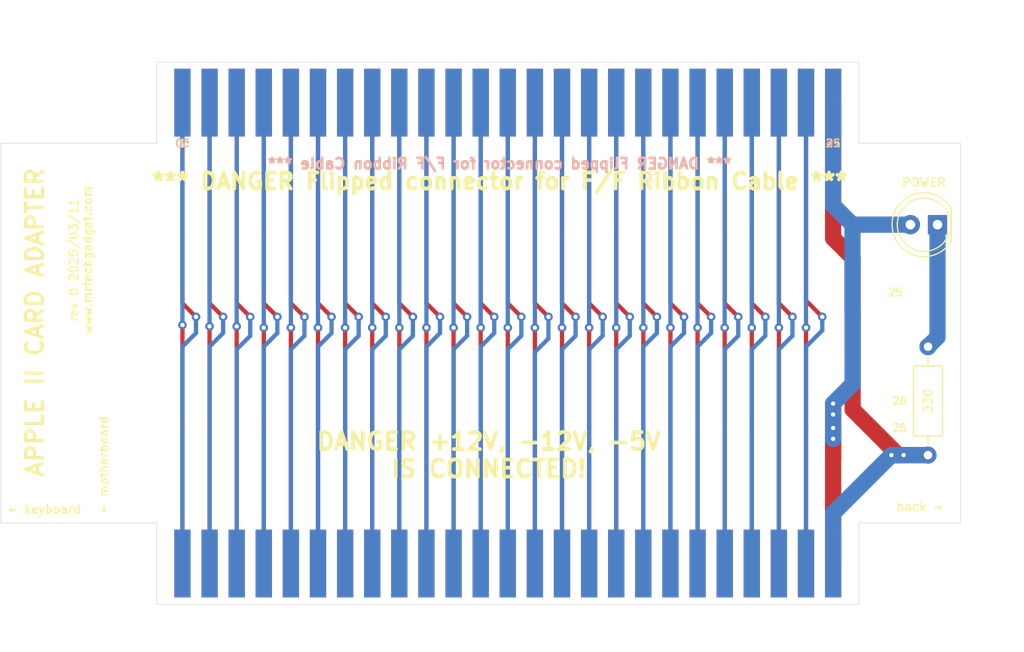
<source format=kicad_pcb>
(kicad_pcb (version 20240108) (generator "pcbnew") (generator_version "8.0")
  (layers (0 "F.Cu" signal) (31 "B.Cu" signal) (34 "B.Paste" user) (35 "F.Paste" user) (36 "B.SilkS" user "B.Silkscreen") (37 "F.SilkS" user "F.Silkscreen") (38 "B.Mask" user) (39 "F.Mask" user) (44 "Edge.Cuts" user))
  (net 0 "")
  (net 1 "Net-(J1-Pad33)")
  (net 2 "+5V")
  (net 3 "GND")
  (net 4 "/DMA_IN")
  (net 5 "/INT_IN")
  (net 6 "/NMI")
  (net 7 "/IRQ")
  (net 8 "/RES")
  (net 9 "/INH")
  (net 10 "/NC35")
  (net 11 "/7M")
  (net 12 "/Q3")
  (net 13 "/PHI1")
  (net 14 "/USER1")
  (net 15 "/PHI0")
  (net 16 "/DEVSEL")
  (net 17 "/D7")
  (net 18 "/D6")
  (net 19 "/D5")
  (net 20 "/D4")
  (net 21 "/D3")
  (net 22 "/D2")
  (net 23 "/D1")
  (net 24 "/D0")
  (net 25 "/DMA_OUT")
  (net 26 "/INT_OUT")
  (net 27 "/DMA")
  (net 28 "/RDY")
  (net 29 "/IOSTROBE")
  (net 30 "/NC19")
  (net 31 "/RW")
  (net 32 "/A15")
  (net 33 "/A14")
  (net 34 "/A13")
  (net 35 "/A12")
  (net 36 "/A11")
  (net 37 "/A10")
  (net 38 "/A9")
  (net 39 "/A8")
  (net 40 "/A7")
  (net 41 "/A6")
  (net 42 "/A5")
  (net 43 "/A4")
  (net 44 "/A3")
  (net 45 "/A2")
  (net 46 "/A1")
  (net 47 "/A0")
  (net 48 "/IOSEL")
  (net 49 "Net-(D1-K)")
  (net 50 "-12V")
  (net 51 "-5V")
  (footprint "LED_THT:LED_D5.0mm" (layer "F.Cu") (at 185.039 95.25 180)
    (property "Reference" "D1" (hide yes))
    (property "Value" "POWER" (at 1.27 3.96 0) (layer "F.SilkS") (effects (font (size 0.8 0.8))))
    (fp_line (start -1.29 -1.545) (end -1.29 1.545) (stroke (width 0.12)) (layer "F.SilkS"))
    (fp_arc (start 4.26 -0.000462) (mid 2.072002 2.880433) (end -1.29 1.54483) (stroke (width 0.12)) (layer "F.SilkS"))
    (fp_arc (start -1.29 -1.54483) (mid 2.072002 -2.880433) (end 4.26 0.000462) (stroke (width 0.12)) (layer "F.SilkS"))
    (fp_circle (center 1.27 0) (end 3.77 0) (stroke (width 0.12)) (fill none) (layer "F.SilkS"))
    (pad "1" thru_hole rect (at 0 0 180) (size 1.8 1.8) (drill 0.9) (layers "*.Cu" "*.Mask") (net 49 "Net-(D1-K)"))
    (pad "2" thru_hole circle (at 2.54 0 180) (size 1.8 1.8) (drill 0.9) (layers "*.Cu" "*.Mask") (net 2 "+5V"))
  )
  (footprint "Resistor_THT:R_Axial_DIN0207_L6.3mm_D2.5mm_P10.16mm_Horizontal" (layer "F.Cu") (at 184.15 106.68 -90)
    (property "Reference" "R1" (hide yes))
    (property "Value" "330" (at 5.08 0 90) (layer "F.SilkS") (effects (font (size 0.8 0.8))))
    (fp_line (start 1.81 1.37) (end 8.35 1.37) (stroke (width 0.12)) (layer "F.SilkS"))
    (fp_line (start 8.35 1.37) (end 8.35 -1.37) (stroke (width 0.12)) (layer "F.SilkS"))
    (fp_line (start 1.04 0) (end 1.81 0) (stroke (width 0.12)) (layer "F.SilkS"))
    (fp_line (start 9.12 0) (end 8.35 0) (stroke (width 0.12)) (layer "F.SilkS"))
    (fp_line (start 1.81 -1.37) (end 1.81 1.37) (stroke (width 0.12)) (layer "F.SilkS"))
    (fp_line (start 8.35 -1.37) (end 1.81 -1.37) (stroke (width 0.12)) (layer "F.SilkS"))
    (pad "1" thru_hole circle (at 0 0 270) (size 1.6 1.6) (drill 0.8) (layers "*.Cu" "*.Mask") (net 49 "Net-(D1-K)"))
    (pad "2" thru_hole oval (at 10.16 0 270) (size 1.6 1.6) (drill 0.8) (layers "*.Cu" "*.Mask") (net 3 "GND"))
  )
  (footprint "footprint:AppleIIBus" (layer "F.Cu") (at 144.78 127)
    (property "Reference" "J1" (hide yes))
    (property "Value" "CARD EDGE" (hide yes))
    (pad "1" smd rect (at -30.48 0) (size 1.524 6.35) (layers "F.Cu" "F.Mask") (net 48 "/IOSEL") (clearance 0.254))
    (pad "2" smd rect (at -27.94 0) (size 1.524 6.35) (layers "F.Cu" "F.Mask") (net 47 "/A0") (clearance 0.254))
    (pad "3" smd rect (at -25.4 0) (size 1.524 6.35) (layers "F.Cu" "F.Mask") (net 46 "/A1") (clearance 0.254))
    (pad "4" smd rect (at -22.86 0) (size 1.524 6.35) (layers "F.Cu" "F.Mask") (net 45 "/A2") (clearance 0.254))
    (pad "5" smd rect (at -20.32 0) (size 1.524 6.35) (layers "F.Cu" "F.Mask") (net 44 "/A3") (clearance 0.254))
    (pad "6" smd rect (at -17.78 0) (size 1.524 6.35) (layers "F.Cu" "F.Mask") (net 43 "/A4") (clearance 0.254))
    (pad "7" smd rect (at -15.24 0) (size 1.524 6.35) (layers "F.Cu" "F.Mask") (net 42 "/A5") (clearance 0.254))
    (pad "8" smd rect (at -12.7 0) (size 1.524 6.35) (layers "F.Cu" "F.Mask") (net 41 "/A6") (clearance 0.254))
    (pad "9" smd rect (at -10.16 0) (size 1.524 6.35) (layers "F.Cu" "F.Mask") (net 40 "/A7") (clearance 0.254))
    (pad "10" smd rect (at -7.62 0) (size 1.524 6.35) (layers "F.Cu" "F.Mask") (net 39 "/A8") (clearance 0.254))
    (pad "11" smd rect (at -5.08 0) (size 1.524 6.35) (layers "F.Cu" "F.Mask") (net 38 "/A9") (clearance 0.254))
    (pad "12" smd rect (at -2.54 0) (size 1.524 6.35) (layers "F.Cu" "F.Mask") (net 37 "/A10") (clearance 0.254))
    (pad "13" smd rect (at 0 0) (size 1.524 6.35) (layers "F.Cu" "F.Mask") (net 36 "/A11") (clearance 0.254))
    (pad "14" smd rect (at 2.54 0) (size 1.524 6.35) (layers "F.Cu" "F.Mask") (net 35 "/A12") (clearance 0.254))
    (pad "15" smd rect (at 5.08 0) (size 1.524 6.35) (layers "F.Cu" "F.Mask") (net 34 "/A13") (clearance 0.254))
    (pad "16" smd rect (at 7.62 0) (size 1.524 6.35) (layers "F.Cu" "F.Mask") (net 33 "/A14") (clearance 0.254))
    (pad "17" smd rect (at 10.16 0) (size 1.524 6.35) (layers "F.Cu" "F.Mask") (net 32 "/A15") (clearance 0.254))
    (pad "18" smd rect (at 12.7 0) (size 1.524 6.35) (layers "F.Cu" "F.Mask") (net 31 "/RW") (clearance 0.254))
    (pad "19" smd rect (at 15.24 0) (size 1.524 6.35) (layers "F.Cu" "F.Mask") (net 30 "/NC19") (clearance 0.254))
    (pad "20" smd rect (at 17.78 0) (size 1.524 6.35) (layers "F.Cu" "F.Mask") (net 29 "/IOSTROBE") (clearance 0.254))
    (pad "21" smd rect (at 20.32 0) (size 1.524 6.35) (layers "F.Cu" "F.Mask") (net 28 "/RDY") (clearance 0.254))
    (pad "22" smd rect (at 22.86 0) (size 1.524 6.35) (layers "F.Cu" "F.Mask") (net 27 "/DMA") (clearance 0.254))
    (pad "23" smd rect (at 25.4 0) (size 1.524 6.35) (layers "F.Cu" "F.Mask") (net 26 "/INT_OUT") (clearance 0.254))
    (pad "24" smd rect (at 27.94 0) (size 1.524 6.35) (layers "F.Cu" "F.Mask") (net 25 "/DMA_OUT") (clearance 0.254))
    (pad "25" smd rect (at 30.48 0) (size 1.524 6.35) (layers "F.Cu" "F.Mask") (net 2 "+5V") (clearance 0.254))
    (pad "26" smd rect (at 30.48 0) (size 1.524 6.35) (layers "B.Cu" "B.Mask") (net 3 "GND") (clearance 0.254))
    (pad "27" smd rect (at 27.94 0) (size 1.524 6.35) (layers "B.Cu" "B.Mask") (net 4 "/DMA_IN") (clearance 0.254))
    (pad "28" smd rect (at 25.4 0) (size 1.524 6.35) (layers "B.Cu" "B.Mask") (net 5 "/INT_IN") (clearance 0.254))
    (pad "29" smd rect (at 22.86 0) (size 1.524 6.35) (layers "B.Cu" "B.Mask") (net 6 "/NMI") (clearance 0.254))
    (pad "30" smd rect (at 20.32 0) (size 1.524 6.35) (layers "B.Cu" "B.Mask") (net 7 "/IRQ") (clearance 0.254))
    (pad "31" smd rect (at 17.78 0) (size 1.524 6.35) (layers "B.Cu" "B.Mask") (net 8 "/RES") (clearance 0.254))
    (pad "32" smd rect (at 15.24 0) (size 1.524 6.35) (layers "B.Cu" "B.Mask") (net 9 "/INH") (clearance 0.254))
    (pad "33" smd rect (at 12.7 0) (size 1.524 6.35) (layers "B.Cu" "B.Mask") (net 1 "Net-(J1-Pad33)") (clearance 0.254))
    (pad "34" smd rect (at 10.16 0) (size 1.524 6.35) (layers "B.Cu" "B.Mask") (net 51 "-5V") (clearance 0.254))
    (pad "35" smd rect (at 7.62 0) (size 1.524 6.35) (layers "B.Cu" "B.Mask") (net 10 "/NC35") (clearance 0.254))
    (pad "36" smd rect (at 5.08 0) (size 1.524 6.35) (layers "B.Cu" "B.Mask") (net 11 "/7M") (clearance 0.254))
    (pad "37" smd rect (at 2.54 0) (size 1.524 6.35) (layers "B.Cu" "B.Mask") (net 12 "/Q3") (clearance 0.254))
    (pad "38" smd rect (at 0 0) (size 1.524 6.35) (layers "B.Cu" "B.Mask") (net 13 "/PHI1") (clearance 0.254))
    (pad "39" smd rect (at -2.54 0) (size 1.524 6.35) (layers "B.Cu" "B.Mask") (net 14 "/USER1") (clearance 0.254))
    (pad "40" smd rect (at -5.08 0) (size 1.524 6.35) (layers "B.Cu" "B.Mask") (net 15 "/PHI0") (clearance 0.254))
    (pad "41" smd rect (at -7.62 0) (size 1.524 6.35) (layers "B.Cu" "B.Mask") (net 16 "/DEVSEL") (clearance 0.254))
    (pad "42" smd rect (at -10.16 0) (size 1.524 6.35) (layers "B.Cu" "B.Mask") (net 17 "/D7") (clearance 0.254))
    (pad "43" smd rect (at -12.7 0) (size 1.524 6.35) (layers "B.Cu" "B.Mask") (net 18 "/D6") (clearance 0.254))
    (pad "44" smd rect (at -15.24 0) (size 1.524 6.35) (layers "B.Cu" "B.Mask") (net 19 "/D5") (clearance 0.254))
    (pad "45" smd rect (at -17.78 0) (size 1.524 6.35) (layers "B.Cu" "B.Mask") (net 20 "/D4") (clearance 0.254))
    (pad "46" smd rect (at -20.32 0) (size 1.524 6.35) (layers "B.Cu" "B.Mask") (net 21 "/D3") (clearance 0.254))
    (pad "47" smd rect (at -22.86 0) (size 1.524 6.35) (layers "B.Cu" "B.Mask") (net 22 "/D2") (clearance 0.254))
    (pad "48" smd rect (at -25.4 0) (size 1.524 6.35) (layers "B.Cu" "B.Mask") (net 23 "/D1") (clearance 0.254))
    (pad "49" smd rect (at -27.94 0) (size 1.524 6.35) (layers "B.Cu" "B.Mask") (net 24 "/D0") (clearance 0.254))
    (pad "50" smd rect (at -30.48 0) (size 1.524 6.35) (layers "B.Cu" "B.Mask") (net 50 "-12V") (clearance 0.254))
  )
  (footprint "footprint:AppleIIBus_TightMask" (layer "F.Cu") (at 144.78 83.82)
    (property "Reference" "J2" (hide yes))
    (property "Value" "*** DANGER Flipped connector for F/F Ribbon Cable ***" (at -0.762 7.366 0) (layer "F.SilkS") (effects (font (size 1.5 1.5) (thickness 0.35) (bold yes))))
    (pad "1" smd rect (at -30.48 0) (size 1.524 6.35) (layers "B.Cu" "F.Mask") (net 48 "/IOSEL"))
    (pad "2" smd rect (at -27.94 0) (size 1.524 6.35) (layers "B.Cu" "F.Mask") (net 47 "/A0"))
    (pad "3" smd rect (at -25.4 0) (size 1.524 6.35) (layers "B.Cu" "F.Mask") (net 46 "/A1"))
    (pad "4" smd rect (at -22.86 0) (size 1.524 6.35) (layers "B.Cu" "F.Mask") (net 45 "/A2"))
    (pad "5" smd rect (at -20.32 0) (size 1.524 6.35) (layers "B.Cu" "F.Mask") (net 44 "/A3"))
    (pad "6" smd rect (at -17.78 0) (size 1.524 6.35) (layers "B.Cu" "F.Mask") (net 43 "/A4"))
    (pad "7" smd rect (at -15.24 0) (size 1.524 6.35) (layers "B.Cu" "F.Mask") (net 42 "/A5"))
    (pad "8" smd rect (at -12.7 0) (size 1.524 6.35) (layers "B.Cu" "F.Mask") (net 41 "/A6"))
    (pad "9" smd rect (at -10.16 0) (size 1.524 6.35) (layers "B.Cu" "F.Mask") (net 40 "/A7"))
    (pad "10" smd rect (at -7.62 0) (size 1.524 6.35) (layers "B.Cu" "F.Mask") (net 39 "/A8"))
    (pad "11" smd rect (at -5.08 0) (size 1.524 6.35) (layers "B.Cu" "F.Mask") (net 38 "/A9"))
    (pad "12" smd rect (at -2.54 0) (size 1.524 6.35) (layers "B.Cu" "F.Mask") (net 37 "/A10"))
    (pad "13" smd rect (at 0 0) (size 1.524 6.35) (layers "B.Cu" "F.Mask") (net 36 "/A11"))
    (pad "14" smd rect (at 2.54 0) (size 1.524 6.35) (layers "B.Cu" "F.Mask") (net 35 "/A12"))
    (pad "15" smd rect (at 5.08 0) (size 1.524 6.35) (layers "B.Cu" "F.Mask") (net 34 "/A13"))
    (pad "16" smd rect (at 7.62 0) (size 1.524 6.35) (layers "B.Cu" "F.Mask") (net 33 "/A14"))
    (pad "17" smd rect (at 10.16 0) (size 1.524 6.35) (layers "B.Cu" "F.Mask") (net 32 "/A15"))
    (pad "18" smd rect (at 12.7 0) (size 1.524 6.35) (layers "B.Cu" "F.Mask") (net 31 "/RW"))
    (pad "19" smd rect (at 15.24 0) (size 1.524 6.35) (layers "B.Cu" "F.Mask") (net 30 "/NC19"))
    (pad "20" smd rect (at 17.78 0) (size 1.524 6.35) (layers "B.Cu" "F.Mask") (net 29 "/IOSTROBE"))
    (pad "21" smd rect (at 20.32 0) (size 1.524 6.35) (layers "B.Cu" "F.Mask") (net 28 "/RDY"))
    (pad "22" smd rect (at 22.86 0) (size 1.524 6.35) (layers "B.Cu" "F.Mask") (net 27 "/DMA"))
    (pad "23" smd rect (at 25.4 0) (size 1.524 6.35) (layers "B.Cu" "F.Mask") (net 26 "/INT_OUT"))
    (pad "24" smd rect (at 27.94 0) (size 1.524 6.35) (layers "B.Cu" "F.Mask") (net 25 "/DMA_OUT"))
    (pad "25" smd rect (at 30.48 0) (size 1.524 6.35) (layers "B.Cu" "F.Mask") (net 2 "+5V"))
    (pad "26" smd rect (at 30.48 0) (size 1.524 6.35) (layers "F.Cu" "B.Mask") (net 3 "GND"))
    (pad "27" smd rect (at 27.94 0) (size 1.524 6.35) (layers "F.Cu" "B.Mask") (net 4 "/DMA_IN"))
    (pad "28" smd rect (at 25.4 0) (size 1.524 6.35) (layers "F.Cu" "B.Mask") (net 5 "/INT_IN"))
    (pad "29" smd rect (at 22.86 0) (size 1.524 6.35) (layers "F.Cu" "B.Mask") (net 6 "/NMI"))
    (pad "30" smd rect (at 20.32 0) (size 1.524 6.35) (layers "F.Cu" "B.Mask") (net 7 "/IRQ"))
    (pad "31" smd rect (at 17.78 0) (size 1.524 6.35) (layers "F.Cu" "B.Mask") (net 8 "/RES"))
    (pad "32" smd rect (at 15.24 0) (size 1.524 6.35) (layers "F.Cu" "B.Mask") (net 9 "/INH"))
    (pad "33" smd rect (at 12.7 0) (size 1.524 6.35) (layers "F.Cu" "B.Mask") (net 1 "Net-(J1-Pad33)"))
    (pad "34" smd rect (at 10.16 0) (size 1.524 6.35) (layers "F.Cu" "B.Mask") (net 51 "-5V"))
    (pad "35" smd rect (at 7.62 0) (size 1.524 6.35) (layers "F.Cu" "B.Mask") (net 10 "/NC35"))
    (pad "36" smd rect (at 5.08 0) (size 1.524 6.35) (layers "F.Cu" "B.Mask") (net 11 "/7M"))
    (pad "37" smd rect (at 2.54 0) (size 1.524 6.35) (layers "F.Cu" "B.Mask") (net 12 "/Q3"))
    (pad "38" smd rect (at 0 0) (size 1.524 6.35) (layers "F.Cu" "B.Mask") (net 13 "/PHI1"))
    (pad "39" smd rect (at -2.54 0) (size 1.524 6.35) (layers "F.Cu" "B.Mask") (net 14 "/USER1"))
    (pad "40" smd rect (at -5.08 0) (size 1.524 6.35) (layers "F.Cu" "B.Mask") (net 15 "/PHI0"))
    (pad "41" smd rect (at -7.62 0) (size 1.524 6.35) (layers "F.Cu" "B.Mask") (net 16 "/DEVSEL"))
    (pad "42" smd rect (at -10.16 0) (size 1.524 6.35) (layers "F.Cu" "B.Mask") (net 17 "/D7"))
    (pad "43" smd rect (at -12.7 0) (size 1.524 6.35) (layers "F.Cu" "B.Mask") (net 18 "/D6"))
    (pad "44" smd rect (at -15.24 0) (size 1.524 6.35) (layers "F.Cu" "B.Mask") (net 19 "/D5"))
    (pad "45" smd rect (at -17.78 0) (size 1.524 6.35) (layers "F.Cu" "B.Mask") (net 20 "/D4"))
    (pad "46" smd rect (at -20.32 0) (size 1.524 6.35) (layers "F.Cu" "B.Mask") (net 21 "/D3"))
    (pad "47" smd rect (at -22.86 0) (size 1.524 6.35) (layers "F.Cu" "B.Mask") (net 22 "/D2"))
    (pad "48" smd rect (at -25.4 0) (size 1.524 6.35) (layers "F.Cu" "B.Mask") (net 23 "/D1"))
    (pad "49" smd rect (at -27.94 0) (size 1.524 6.35) (layers "F.Cu" "B.Mask") (net 24 "/D0"))
    (pad "50" smd rect (at -30.48 0) (size 1.524 6.35) (layers "F.Cu" "B.Mask") (net 50 "-12V"))
  )
  (gr_line (start 177.673 123.19) (end 177.673 130.81) (stroke (width 0.05)) (layer "Edge.Cuts"))
  (gr_line (start 187.198 87.63) (end 187.198 123.19) (stroke (width 0.05)) (layer "Edge.Cuts"))
  (gr_line (start 111.887 123.19) (end 111.887 130.81) (stroke (width 0.05)) (layer "Edge.Cuts"))
  (gr_line (start 97.282 87.63) (end 97.282 123.19) (stroke (width 0.05)) (layer "Edge.Cuts"))
  (gr_line (start 111.887 80.01) (end 177.673 80.01) (stroke (width 0.05)) (layer "Edge.Cuts"))
  (gr_line (start 111.887 80.01) (end 111.887 87.63) (stroke (width 0.05)) (layer "Edge.Cuts"))
  (gr_line (start 177.673 80.01) (end 177.673 87.63) (stroke (width 0.05)) (layer "Edge.Cuts"))
  (gr_line (start 111.887 123.19) (end 97.282 123.19) (stroke (width 0.05)) (layer "Edge.Cuts"))
  (gr_line (start 177.673 87.63) (end 187.198 87.63) (stroke (width 0.05)) (layer "Edge.Cuts"))
  (gr_line (start 177.673 123.19) (end 187.198 123.19) (stroke (width 0.05)) (layer "Edge.Cuts"))
  (gr_line (start 111.887 87.63) (end 97.282 87.63) (stroke (width 0.05)) (layer "Edge.Cuts"))
  (gr_line (start 111.887 130.81) (end 177.673 130.81) (stroke (width 0.05)) (layer "Edge.Cuts"))
  (gr_text "*** DANGER Flipped connector for F/F Ribbon Cable ***" (at 144.018 89.535 0) (layer "B.SilkS") (effects (font (size 1 1) (thickness 0.25) (bold yes)) (justify mirror)))
  (gr_text "50" (at 114.3 87.63 0) (layer "B.SilkS") (effects (font (size 0.7 0.7)) (justify mirror)))
  (gr_text "26" (at 175.26 87.63 0) (layer "B.SilkS") (effects (font (size 0.7 0.7)) (justify mirror)))
  (gr_text "rev 0 2025/03/11\nwww.mrtechgadget.com" (at 104.775 98.552 90) (layer "F.SilkS") (effects (font (size 0.8 0.8))))
  (gr_text "APPLE II CARD ADAPTER" (at 100.457 104.394 90) (layer "F.SilkS") (effects (font (size 1.6 1.6) (thickness 0.3))))
  (gr_text "26" (at 180.721 111.76 0) (layer "F.SilkS") (effects (font (size 0.7 0.7)) (justify left)))
  (gr_text "← motherboard" (at 106.934 122.428 90) (layer "F.SilkS") (effects (font (size 0.8 0.8)) (justify left)))
  (gr_text "← keyboard" (at 97.79 121.92 0) (layer "F.SilkS") (effects (font (size 0.8 0.8)) (justify left)))
  (gr_text "back →" (at 181.102 121.666 0) (layer "F.SilkS") (effects (font (size 0.8 0.8)) (justify left)))
  (gr_text "25" (at 175.26 87.63 0) (layer "F.SilkS") (effects (font (size 0.7 0.7))))
  (gr_text "1" (at 114.3 87.63 0) (layer "F.SilkS") (effects (font (size 0.7 0.7))))
  (gr_text "25" (at 180.34 101.6 0) (layer "F.SilkS") (effects (font (size 0.7 0.7)) (justify left)))
  (gr_text "DANGER +12V, -12V, -5V\nIS CONNECTED!" (at 143.002 116.84 0) (layer "F.SilkS") (effects (font (size 1.6 1.6) (thickness 0.35) (bold yes))))
  (gr_text "25" (at 180.721 114.3 0) (layer "F.SilkS") (effects (font (size 0.7 0.7)) (justify left)))
  (segment (start 157.48 96.266) (end 157.48 102.616) (width 0.4) (layer "F.Cu") (net 1))
  (segment (start 157.48 96.266) (end 157.48 83.82) (width 0.4) (layer "F.Cu") (net 1))
  (segment (start 157.48 102.616) (end 158.75 103.886) (width 0.4) (layer "F.Cu") (net 1))
  (via (at 158.75 103.886) (size 0.8) (drill 0.4) (layers "F.Cu" "B.Cu") (net 1))
  (segment (start 158.75 103.886) (end 158.75 105.41) (width 0.4) (layer "B.Cu") (net 1))
  (segment (start 158.75 105.41) (end 157.48 106.68) (width 0.4) (layer "B.Cu") (net 1))
  (segment (start 157.48 106.68) (end 157.48 127) (width 0.4) (layer "B.Cu") (net 1))
  (segment (start 175.26 127) (end 175.26 117.094) (width 1.524) (layer "F.Cu") (net 2))
  (segment (start 175.26 117.094) (end 175.26 115.316) (width 1.524) (layer "F.Cu") (net 2))
  (segment (start 175.26 117.094) (end 175.26 112.014) (width 1.524) (layer "F.Cu") (net 2))
  (segment (start 175.26 115.316) (end 175.26 114.3) (width 1.524) (layer "F.Cu") (net 2))
  (via (at 175.26 112.014) (size 0.8) (drill 0.4) (layers "F.Cu" "B.Cu") (net 2))
  (via (at 175.26 113.03) (size 0.8) (drill 0.4) (layers "F.Cu" "B.Cu") (net 2))
  (via (at 175.26 115.316) (size 0.8) (drill 0.4) (layers "F.Cu" "B.Cu") (net 2))
  (via (at 175.26 114.3) (size 0.8) (drill 0.4) (layers "F.Cu" "B.Cu") (net 2))
  (segment (start 175.26 112.014) (end 175.26 115.316) (width 1.524) (layer "B.Cu") (net 2))
  (segment (start 175.26 112.014) (end 177.085601 110.188399) (width 1.524) (layer "B.Cu") (net 2))
  (segment (start 182.499 95.25) (end 177.072001 95.25) (width 1.524) (layer "B.Cu") (net 2))
  (segment (start 177.085601 103.425601) (end 177.072001 103.412001) (width 1.524) (layer "B.Cu") (net 2))
  (segment (start 177.072001 103.412001) (end 177.072001 95.25) (width 1.524) (layer "B.Cu") (net 2))
  (segment (start 175.26 115.316) (end 175.26 114.3) (width 1.524) (layer "B.Cu") (net 2))
  (segment (start 175.26 93.437999) (end 175.26 83.82) (width 1.524) (layer "B.Cu") (net 2))
  (segment (start 177.072001 95.25) (end 175.26 93.437999) (width 1.524) (layer "B.Cu") (net 2))
  (segment (start 177.085601 110.188399) (end 177.085601 103.425601) (width 1.524) (layer "B.Cu") (net 2))
  (segment (start 177.085601 112.569601) (end 177.085601 98.345601) (width 1.524) (layer "F.Cu") (net 3))
  (segment (start 180.721 116.84) (end 181.864 116.84) (width 1.524) (layer "F.Cu") (net 3))
  (segment (start 181.356 116.84) (end 177.085601 112.569601) (width 1.524) (layer "F.Cu") (net 3))
  (segment (start 175.26 96.52) (end 175.26 83.82) (width 1.524) (layer "F.Cu") (net 3))
  (segment (start 181.864 116.84) (end 184.15 116.84) (width 1.524) (layer "F.Cu") (net 3))
  (segment (start 177.085601 98.345601) (end 175.26 96.52) (width 1.524) (layer "F.Cu") (net 3))
  (segment (start 180.721 116.84) (end 181.356 116.84) (width 1.524) (layer "F.Cu") (net 3))
  (via (at 181.864 116.84) (size 0.8) (drill 0.4) (layers "F.Cu" "B.Cu") (net 3))
  (via (at 180.721 116.84) (size 0.8) (drill 0.4) (layers "F.Cu" "B.Cu") (net 3))
  (segment (start 175.26 127) (end 175.26 122.301) (width 1.524) (layer "B.Cu") (net 3))
  (segment (start 180.721 116.84) (end 184.15 116.84) (width 1.524) (layer "B.Cu") (net 3))
  (segment (start 175.26 122.301) (end 180.721 116.84) (width 1.524) (layer "B.Cu") (net 3))
  (segment (start 172.72 96.012) (end 172.72 102.362) (width 0.4) (layer "F.Cu") (net 4))
  (segment (start 172.72 83.82) (end 172.72 96.012) (width 0.4) (layer "F.Cu") (net 4))
  (segment (start 172.72 102.362) (end 174.244 103.886) (width 0.4) (layer "F.Cu") (net 4))
  (via (at 174.244 103.886) (size 0.8) (drill 0.4) (layers "F.Cu" "B.Cu") (net 4))
  (segment (start 172.72 106.68) (end 172.72 127) (width 0.4) (layer "B.Cu") (net 4))
  (segment (start 174.244 103.886) (end 174.244 105.156) (width 0.4) (layer "B.Cu") (net 4))
  (segment (start 174.244 105.156) (end 172.72 106.68) (width 0.4) (layer "B.Cu") (net 4))
  (segment (start 170.18 83.82) (end 170.18 96.012) (width 0.4) (layer "F.Cu") (net 5))
  (segment (start 170.18 102.616) (end 171.45 103.886) (width 0.4) (layer "F.Cu") (net 5))
  (segment (start 170.18 96.012) (end 170.18 102.616) (width 0.4) (layer "F.Cu") (net 5))
  (via (at 171.45 103.886) (size 0.8) (drill 0.4) (layers "F.Cu" "B.Cu") (net 5))
  (segment (start 170.18 106.934) (end 170.18 127) (width 0.4) (layer "B.Cu") (net 5))
  (segment (start 171.45 105.664) (end 170.18 106.934) (width 0.4) (layer "B.Cu") (net 5))
  (segment (start 171.45 103.886) (end 171.45 105.664) (width 0.4) (layer "B.Cu") (net 5))
  (segment (start 167.64 102.616) (end 168.91 103.886) (width 0.4) (layer "F.Cu") (net 6))
  (segment (start 167.64 96.266) (end 167.64 102.616) (width 0.4) (layer "F.Cu") (net 6))
  (segment (start 167.64 83.82) (end 167.64 96.266) (width 0.4) (layer "F.Cu") (net 6))
  (via (at 168.91 103.886) (size 0.8) (drill 0.4) (layers "F.Cu" "B.Cu") (net 6))
  (segment (start 168.91 105.664) (end 167.64 106.934) (width 0.4) (layer "B.Cu") (net 6))
  (segment (start 167.64 106.934) (end 167.64 127) (width 0.4) (layer "B.Cu") (net 6))
  (segment (start 168.91 103.886) (end 168.91 105.664) (width 0.4) (layer "B.Cu") (net 6))
  (segment (start 165.1 102.616) (end 166.37 103.886) (width 0.4) (layer "F.Cu") (net 7))
  (segment (start 165.1 83.82) (end 165.1 96.012) (width 0.4) (layer "F.Cu") (net 7))
  (segment (start 165.1 96.012) (end 165.1 96.52) (width 0.4) (layer "F.Cu") (net 7))
  (segment (start 165.1 96.012) (end 165.1 102.616) (width 0.4) (layer "F.Cu") (net 7))
  (via (at 166.37 103.886) (size 0.8) (drill 0.4) (layers "F.Cu" "B.Cu") (net 7))
  (segment (start 165.1 106.934) (end 165.1 127) (width 0.4) (layer "B.Cu") (net 7))
  (segment (start 166.37 103.886) (end 166.37 105.664) (width 0.4) (layer "B.Cu") (net 7))
  (segment (start 166.37 105.664) (end 165.1 106.934) (width 0.4) (layer "B.Cu") (net 7))
  (segment (start 162.56 102.616) (end 163.83 103.886) (width 0.4) (layer "F.Cu") (net 8))
  (segment (start 162.56 83.82) (end 162.56 96.012) (width 0.4) (layer "F.Cu") (net 8))
  (segment (start 162.56 96.012) (end 162.56 102.616) (width 0.4) (layer "F.Cu") (net 8))
  (via (at 163.83 103.886) (size 0.8) (drill 0.4) (layers "F.Cu" "B.Cu") (net 8))
  (segment (start 162.56 106.68) (end 162.56 127) (width 0.4) (layer "B.Cu") (net 8))
  (segment (start 163.83 103.886) (end 163.83 105.41) (width 0.4) (layer "B.Cu") (net 8))
  (segment (start 163.83 105.41) (end 162.56 106.68) (width 0.4) (layer "B.Cu") (net 8))
  (segment (start 160.02 102.616) (end 161.29 103.886) (width 0.4) (layer "F.Cu") (net 9))
  (segment (start 160.02 83.82) (end 160.02 96.266) (width 0.4) (layer "F.Cu") (net 9))
  (segment (start 160.02 96.266) (end 160.02 102.616) (width 0.4) (layer "F.Cu") (net 9))
  (via (at 161.29 103.886) (size 0.8) (drill 0.4) (layers "F.Cu" "B.Cu") (net 9))
  (segment (start 160.02 106.68) (end 160.02 127) (width 0.4) (layer "B.Cu") (net 9))
  (segment (start 161.29 105.41) (end 160.02 106.68) (width 0.4) (layer "B.Cu") (net 9))
  (segment (start 161.29 103.886) (end 161.29 105.41) (width 0.4) (layer "B.Cu") (net 9))
  (segment (start 152.4 83.82) (end 152.4 96.266) (width 0.4) (layer "F.Cu") (net 10))
  (segment (start 152.4 102.616) (end 153.67 103.886) (width 0.4) (layer "F.Cu") (net 10))
  (segment (start 152.4 96.266) (end 152.4 102.616) (width 0.4) (layer "F.Cu") (net 10))
  (via (at 153.67 103.886) (size 0.8) (drill 0.4) (layers "F.Cu" "B.Cu") (net 10))
  (segment (start 153.67 105.664) (end 152.4 106.934) (width 0.4) (layer "B.Cu") (net 10))
  (segment (start 152.4 106.934) (end 152.4 127) (width 0.4) (layer "B.Cu") (net 10))
  (segment (start 153.67 103.886) (end 153.67 105.664) (width 0.4) (layer "B.Cu") (net 10))
  (segment (start 149.86 96.266) (end 149.86 102.616) (width 0.4) (layer "F.Cu") (net 11))
  (segment (start 149.86 83.82) (end 149.86 96.266) (width 0.4) (layer "F.Cu") (net 11))
  (segment (start 149.86 102.616) (end 151.13 103.886) (width 0.4) (layer "F.Cu") (net 11))
  (via (at 151.13 103.886) (size 0.8) (drill 0.4) (layers "F.Cu" "B.Cu") (net 11))
  (segment (start 151.13 103.886) (end 151.13 105.664) (width 0.4) (layer "B.Cu") (net 11))
  (segment (start 149.86 106.934) (end 149.86 127) (width 0.4) (layer "B.Cu") (net 11))
  (segment (start 151.13 105.664) (end 149.86 106.934) (width 0.4) (layer "B.Cu") (net 11))
  (segment (start 147.32 83.82) (end 147.32 96.012) (width 0.4) (layer "F.Cu") (net 12))
  (segment (start 147.32 102.616) (end 148.59 103.886) (width 0.4) (layer "F.Cu") (net 12))
  (segment (start 147.32 96.012) (end 147.32 102.616) (width 0.4) (layer "F.Cu") (net 12))
  (via (at 148.59 103.886) (size 0.8) (drill 0.4) (layers "F.Cu" "B.Cu") (net 12))
  (segment (start 148.59 105.918) (end 147.32 107.188) (width 0.4) (layer "B.Cu") (net 12))
  (segment (start 148.59 103.886) (end 148.59 105.918) (width 0.4) (layer "B.Cu") (net 12))
  (segment (start 147.32 107.188) (end 147.32 127) (width 0.4) (layer "B.Cu") (net 12))
  (segment (start 144.78 83.82) (end 144.78 96.012) (width 0.4) (layer "F.Cu") (net 13))
  (segment (start 144.78 96.012) (end 144.78 102.616) (width 0.4) (layer "F.Cu") (net 13))
  (segment (start 144.78 102.616) (end 146.05 103.886) (width 0.4) (layer "F.Cu") (net 13))
  (via (at 146.05 103.886) (size 0.8) (drill 0.4) (layers "F.Cu" "B.Cu") (net 13))
  (segment (start 146.05 105.664) (end 144.78 106.934) (width 0.4) (layer "B.Cu") (net 13))
  (segment (start 146.05 103.886) (end 146.05 105.664) (width 0.4) (layer "B.Cu") (net 13))
  (segment (start 144.78 106.934) (end 144.78 127) (width 0.4) (layer "B.Cu") (net 13))
  (segment (start 142.24 83.82) (end 142.24 95.758) (width 0.4) (layer "F.Cu") (net 14))
  (segment (start 142.24 95.758) (end 142.24 102.616) (width 0.4) (layer "F.Cu") (net 14))
  (segment (start 142.24 102.616) (end 143.51 103.886) (width 0.4) (layer "F.Cu") (net 14))
  (via (at 143.51 103.886) (size 0.8) (drill 0.4) (layers "F.Cu" "B.Cu") (net 14))
  (segment (start 143.51 105.41) (end 142.24 106.68) (width 0.4) (layer "B.Cu") (net 14))
  (segment (start 143.51 103.886) (end 143.51 105.41) (width 0.4) (layer "B.Cu") (net 14))
  (segment (start 142.24 106.68) (end 142.24 127) (width 0.4) (layer "B.Cu") (net 14))
  (segment (start 139.7 83.82) (end 139.7 96.012) (width 0.4) (layer "F.Cu") (net 15))
  (segment (start 139.7 96.012) (end 139.7 102.616) (width 0.4) (layer "F.Cu") (net 15))
  (segment (start 139.7 102.616) (end 140.97 103.886) (width 0.4) (layer "F.Cu") (net 15))
  (via (at 140.97 103.886) (size 0.8) (drill 0.4) (layers "F.Cu" "B.Cu") (net 15))
  (segment (start 140.97 105.664) (end 139.7 106.934) (width 0.4) (layer "B.Cu") (net 15))
  (segment (start 140.97 103.886) (end 140.97 105.664) (width 0.4) (layer "B.Cu") (net 15))
  (segment (start 139.7 106.934) (end 139.7 127) (width 0.4) (layer "B.Cu") (net 15))
  (segment (start 137.16 95.758) (end 137.16 102.616) (width 0.4) (layer "F.Cu") (net 16))
  (segment (start 137.16 102.616) (end 138.43 103.886) (width 0.4) (layer "F.Cu") (net 16))
  (segment (start 137.16 83.82) (end 137.16 95.758) (width 0.4) (layer "F.Cu") (net 16))
  (via (at 138.43 103.886) (size 0.8) (drill 0.4) (layers "F.Cu" "B.Cu") (net 16))
  (segment (start 137.16 106.68) (end 137.16 127) (width 0.4) (layer "B.Cu") (net 16))
  (segment (start 138.43 103.886) (end 138.43 105.41) (width 0.4) (layer "B.Cu") (net 16))
  (segment (start 138.43 105.41) (end 137.16 106.68) (width 0.4) (layer "B.Cu") (net 16))
  (segment (start 134.62 83.82) (end 134.62 96.266) (width 0.4) (layer "F.Cu") (net 17))
  (segment (start 134.62 96.266) (end 134.62 102.616) (width 0.4) (layer "F.Cu") (net 17))
  (segment (start 134.62 102.616) (end 135.89 103.886) (width 0.4) (layer "F.Cu") (net 17))
  (via (at 135.89 103.886) (size 0.8) (drill 0.4) (layers "F.Cu" "B.Cu") (net 17))
  (segment (start 134.62 106.934) (end 134.62 127) (width 0.4) (layer "B.Cu") (net 17))
  (segment (start 135.89 105.664) (end 134.62 106.934) (width 0.4) (layer "B.Cu") (net 17))
  (segment (start 135.89 103.886) (end 135.89 105.664) (width 0.4) (layer "B.Cu") (net 17))
  (segment (start 132.08 96.266) (end 132.08 102.616) (width 0.4) (layer "F.Cu") (net 18))
  (segment (start 132.08 102.616) (end 133.35 103.886) (width 0.4) (layer "F.Cu") (net 18))
  (segment (start 132.08 83.82) (end 132.08 96.266) (width 0.4) (layer "F.Cu") (net 18))
  (via (at 133.35 103.886) (size 0.8) (drill 0.4) (layers "F.Cu" "B.Cu") (net 18))
  (segment (start 133.35 105.664) (end 132.08 106.934) (width 0.4) (layer "B.Cu") (net 18))
  (segment (start 132.08 106.934) (end 132.08 127) (width 0.4) (layer "B.Cu") (net 18))
  (segment (start 133.35 103.886) (end 133.35 105.664) (width 0.4) (layer "B.Cu") (net 18))
  (segment (start 129.54 102.616) (end 130.81 103.886) (width 0.4) (layer "F.Cu") (net 19))
  (segment (start 129.54 96.012) (end 129.54 102.616) (width 0.4) (layer "F.Cu") (net 19))
  (segment (start 129.54 83.82) (end 129.54 96.012) (width 0.4) (layer "F.Cu") (net 19))
  (via (at 130.81 103.886) (size 0.8) (drill 0.4) (layers "F.Cu" "B.Cu") (net 19))
  (segment (start 130.81 103.886) (end 130.81 105.664) (width 0.4) (layer "B.Cu") (net 19))
  (segment (start 130.81 105.664) (end 129.54 106.934) (width 0.4) (layer "B.Cu") (net 19))
  (segment (start 129.54 106.934) (end 129.54 127) (width 0.4) (layer "B.Cu") (net 19))
  (segment (start 127 83.82) (end 127 96.266) (width 0.4) (layer "F.Cu") (net 20))
  (segment (start 127 96.266) (end 127 102.616) (width 0.4) (layer "F.Cu") (net 20))
  (segment (start 127 102.616) (end 128.27 103.886) (width 0.4) (layer "F.Cu") (net 20))
  (via (at 128.27 103.886) (size 0.8) (drill 0.4) (layers "F.Cu" "B.Cu") (net 20))
  (segment (start 128.27 103.886) (end 128.27 105.41) (width 0.4) (layer "B.Cu") (net 20))
  (segment (start 127 106.68) (end 127 127) (width 0.4) (layer "B.Cu") (net 20))
  (segment (start 128.27 105.41) (end 127 106.68) (width 0.4) (layer "B.Cu") (net 20))
  (segment (start 124.46 83.82) (end 124.46 96.012) (width 0.4) (layer "F.Cu") (net 21))
  (segment (start 124.46 96.012) (end 124.46 102.616) (width 0.4) (layer "F.Cu") (net 21))
  (segment (start 124.46 102.616) (end 125.73 103.886) (width 0.4) (layer "F.Cu") (net 21))
  (via (at 125.73 103.886) (size 0.8) (drill 0.4) (layers "F.Cu" "B.Cu") (net 21))
  (segment (start 125.73 105.664) (end 124.46 106.934) (width 0.4) (layer "B.Cu") (net 21))
  (segment (start 125.73 103.886) (end 125.73 105.664) (width 0.4) (layer "B.Cu") (net 21))
  (segment (start 124.46 106.934) (end 124.46 127) (width 0.4) (layer "B.Cu") (net 21))
  (segment (start 121.92 102.616) (end 123.19 103.886) (width 0.4) (layer "F.Cu") (net 22))
  (segment (start 121.92 96.266) (end 121.92 102.616) (width 0.4) (layer "F.Cu") (net 22))
  (segment (start 121.92 83.82) (end 121.92 96.266) (width 0.4) (layer "F.Cu") (net 22))
  (via (at 123.19 103.886) (size 0.8) (drill 0.4) (layers "F.Cu" "B.Cu") (net 22))
  (segment (start 121.92 106.68) (end 121.92 127) (width 0.4) (layer "B.Cu") (net 22))
  (segment (start 123.19 103.886) (end 123.19 105.41) (width 0.4) (layer "B.Cu") (net 22))
  (segment (start 123.19 105.41) (end 121.92 106.68) (width 0.4) (layer "B.Cu") (net 22))
  (segment (start 119.38 102.616) (end 120.65 103.886) (width 0.4) (layer "F.Cu") (net 23))
  (segment (start 119.38 96.266) (end 119.38 102.616) (width 0.4) (layer "F.Cu") (net 23))
  (segment (start 119.38 83.82) (end 119.38 96.266) (width 0.4) (layer "F.Cu") (net 23))
  (via (at 120.65 103.886) (size 0.8) (drill 0.4) (layers "F.Cu" "B.Cu") (net 23))
  (segment (start 120.65 103.886) (end 120.65 105.664) (width 0.4) (layer "B.Cu") (net 23))
  (segment (start 120.65 105.664) (end 119.38 106.934) (width 0.4) (layer "B.Cu") (net 23))
  (segment (start 119.38 106.934) (end 119.38 127) (width 0.4) (layer "B.Cu") (net 23))
  (segment (start 116.84 96.52) (end 116.84 102.616) (width 0.4) (layer "F.Cu") (net 24))
  (segment (start 116.84 102.616) (end 118.11 103.886) (width 0.4) (layer "F.Cu") (net 24))
  (segment (start 116.84 83.82) (end 116.84 96.52) (width 0.4) (layer "F.Cu") (net 24))
  (via (at 118.11 103.886) (size 0.8) (drill 0.4) (layers "F.Cu" "B.Cu") (net 24))
  (segment (start 118.11 103.886) (end 118.11 105.41) (width 0.4) (layer "B.Cu") (net 24))
  (segment (start 118.11 105.41) (end 116.84 106.68) (width 0.4) (layer "B.Cu") (net 24))
  (segment (start 116.84 106.68) (end 116.84 127) (width 0.4) (layer "B.Cu") (net 24))
  (segment (start 172.72 114.3) (end 172.72 127) (width 0.4) (layer "F.Cu") (net 25))
  (segment (start 172.72 114.3) (end 172.72 104.902) (width 0.4) (layer "F.Cu") (net 25))
  (via (at 172.72 104.902) (size 0.8) (drill 0.4) (layers "F.Cu" "B.Cu") (net 25))
  (segment (start 172.72 104.902) (end 172.72 83.82) (width 0.4) (layer "B.Cu") (net 25))
  (segment (start 170.18 114.3) (end 170.18 104.902) (width 0.4) (layer "F.Cu") (net 26))
  (segment (start 170.18 127) (end 170.18 114.3) (width 0.4) (layer "F.Cu") (net 26))
  (via (at 170.18 104.902) (size 0.8) (drill 0.4) (layers "F.Cu" "B.Cu") (net 26))
  (segment (start 170.18 104.902) (end 170.18 83.82) (width 0.4) (layer "B.Cu") (net 26))
  (segment (start 167.64 114.3) (end 167.64 104.902) (width 0.4) (layer "F.Cu") (net 27))
  (segment (start 167.64 114.3) (end 167.64 127) (width 0.4) (layer "F.Cu") (net 27))
  (via (at 167.64 104.902) (size 0.8) (drill 0.4) (layers "F.Cu" "B.Cu") (net 27))
  (segment (start 167.64 104.902) (end 167.64 83.82) (width 0.4) (layer "B.Cu") (net 27))
  (segment (start 165.1 114.3) (end 165.1 104.902) (width 0.4) (layer "F.Cu") (net 28))
  (segment (start 165.1 127) (end 165.1 114.3) (width 0.4) (layer "F.Cu") (net 28))
  (via (at 165.1 104.902) (size 0.8) (drill 0.4) (layers "F.Cu" "B.Cu") (net 28))
  (segment (start 165.1 104.902) (end 165.1 83.82) (width 0.4) (layer "B.Cu") (net 28))
  (segment (start 162.56 114.3) (end 162.56 127) (width 0.4) (layer "F.Cu") (net 29))
  (segment (start 162.56 114.3) (end 162.56 104.902) (width 0.4) (layer "F.Cu") (net 29))
  (via (at 162.56 104.902) (size 0.8) (drill 0.4) (layers "F.Cu" "B.Cu") (net 29))
  (segment (start 162.56 104.902) (end 162.56 83.82) (width 0.4) (layer "B.Cu") (net 29))
  (segment (start 160.02 114.3) (end 160.02 104.902) (width 0.4) (layer "F.Cu") (net 30))
  (segment (start 160.02 127) (end 160.02 114.3) (width 0.4) (layer "F.Cu") (net 30))
  (via (at 160.02 104.902) (size 0.8) (drill 0.4) (layers "F.Cu" "B.Cu") (net 30))
  (segment (start 160.02 104.902) (end 160.02 83.82) (width 0.4) (layer "B.Cu") (net 30))
  (segment (start 157.48 114.3) (end 157.48 127) (width 0.4) (layer "F.Cu") (net 31))
  (segment (start 157.48 114.3) (end 157.48 104.902) (width 0.4) (layer "F.Cu") (net 31))
  (via (at 157.48 104.902) (size 0.8) (drill 0.4) (layers "F.Cu" "B.Cu") (net 31))
  (segment (start 157.48 104.902) (end 157.48 83.82) (width 0.4) (layer "B.Cu") (net 31))
  (segment (start 154.94 127) (end 154.94 114.3) (width 0.4) (layer "F.Cu") (net 32))
  (segment (start 154.94 114.3) (end 154.94 104.902) (width 0.4) (layer "F.Cu") (net 32))
  (via (at 154.94 104.902) (size 0.8) (drill 0.4) (layers "F.Cu" "B.Cu") (net 32))
  (segment (start 154.94 104.902) (end 154.94 83.82) (width 0.4) (layer "B.Cu") (net 32))
  (segment (start 152.4 114.3) (end 152.4 104.902) (width 0.4) (layer "F.Cu") (net 33))
  (segment (start 152.4 114.3) (end 152.4 127) (width 0.4) (layer "F.Cu") (net 33))
  (via (at 152.4 104.902) (size 0.8) (drill 0.4) (layers "F.Cu" "B.Cu") (net 33))
  (segment (start 152.4 104.902) (end 152.4 83.82) (width 0.4) (layer "B.Cu") (net 33))
  (segment (start 149.86 114.3) (end 149.86 104.902) (width 0.4) (layer "F.Cu") (net 34))
  (segment (start 149.86 127) (end 149.86 114.3) (width 0.4) (layer "F.Cu") (net 34))
  (via (at 149.86 104.902) (size 0.8) (drill 0.4) (layers "F.Cu" "B.Cu") (net 34))
  (segment (start 149.86 104.902) (end 149.86 83.82) (width 0.4) (layer "B.Cu") (net 34))
  (segment (start 147.32 114.3) (end 147.32 127) (width 0.4) (layer "F.Cu") (net 35))
  (segment (start 147.32 114.3) (end 147.32 104.902) (width 0.4) (layer "F.Cu") (net 35))
  (via (at 147.32 104.902) (size 0.8) (drill 0.4) (layers "F.Cu" "B.Cu") (net 35))
  (segment (start 147.32 104.902) (end 147.32 83.82) (width 0.4) (layer "B.Cu") (net 35))
  (segment (start 144.78 127) (end 144.78 114.3) (width 0.4) (layer "F.Cu") (net 36))
  (segment (start 144.78 114.3) (end 144.78 104.902) (width 0.4) (layer "F.Cu") (net 36))
  (via (at 144.78 104.902) (size 0.8) (drill 0.4) (layers "F.Cu" "B.Cu") (net 36))
  (segment (start 144.78 104.902) (end 144.78 83.82) (width 0.4) (layer "B.Cu") (net 36))
  (segment (start 142.24 114.3) (end 142.24 127) (width 0.4) (layer "F.Cu") (net 37))
  (segment (start 142.24 114.3) (end 142.24 104.902) (width 0.4) (layer "F.Cu") (net 37))
  (via (at 142.24 104.902) (size 0.8) (drill 0.4) (layers "F.Cu" "B.Cu") (net 37))
  (segment (start 142.24 104.902) (end 142.24 83.82) (width 0.4) (layer "B.Cu") (net 37))
  (segment (start 139.7 114.3) (end 139.7 104.902) (width 0.4) (layer "F.Cu") (net 38))
  (segment (start 139.7 127) (end 139.7 114.3) (width 0.4) (layer "F.Cu") (net 38))
  (via (at 139.7 104.902) (size 0.8) (drill 0.4) (layers "F.Cu" "B.Cu") (net 38))
  (segment (start 139.7 104.902) (end 139.7 83.82) (width 0.4) (layer "B.Cu") (net 38))
  (segment (start 137.16 114.3) (end 137.16 104.902) (width 0.4) (layer "F.Cu") (net 39))
  (segment (start 137.16 127) (end 137.16 114.3) (width 0.4) (layer "F.Cu") (net 39))
  (via (at 137.16 104.902) (size 0.8) (drill 0.4) (layers "F.Cu" "B.Cu") (net 39))
  (segment (start 137.16 104.902) (end 137.16 83.82) (width 0.4) (layer "B.Cu") (net 39))
  (segment (start 134.62 127) (end 134.62 114.3) (width 0.4) (layer "F.Cu") (net 40))
  (segment (start 134.62 114.3) (end 134.62 104.902) (width 0.4) (layer "F.Cu") (net 40))
  (via (at 134.62 104.902) (size 0.8) (drill 0.4) (layers "F.Cu" "B.Cu") (net 40))
  (segment (start 134.62 104.902) (end 134.62 83.82) (width 0.4) (layer "B.Cu") (net 40))
  (segment (start 132.08 114.3) (end 132.08 104.902) (width 0.4) (layer "F.Cu") (net 41))
  (segment (start 132.08 127) (end 132.08 114.3) (width 0.4) (layer "F.Cu") (net 41))
  (via (at 132.08 104.902) (size 0.8) (drill 0.4) (layers "F.Cu" "B.Cu") (net 41))
  (segment (start 132.08 104.902) (end 132.08 83.82) (width 0.4) (layer "B.Cu") (net 41))
  (segment (start 129.54 114.3) (end 129.54 104.902) (width 0.4) (layer "F.Cu") (net 42))
  (segment (start 129.54 127) (end 129.54 114.3) (width 0.4) (layer "F.Cu") (net 42))
  (via (at 129.54 104.902) (size 0.8) (drill 0.4) (layers "F.Cu" "B.Cu") (net 42))
  (segment (start 129.54 104.902) (end 129.54 83.82) (width 0.4) (layer "B.Cu") (net 42))
  (segment (start 127 127) (end 127 114.3) (width 0.4) (layer "F.Cu") (net 43))
  (segment (start 127 114.3) (end 127 104.902) (width 0.4) (layer "F.Cu") (net 43))
  (via (at 127 104.902) (size 0.8) (drill 0.4) (layers "F.Cu" "B.Cu") (net 43))
  (segment (start 127 104.902) (end 127 83.82) (width 0.4) (layer "B.Cu") (net 43))
  (segment (start 124.46 114.3) (end 124.46 104.902) (width 0.4) (layer "F.Cu") (net 44))
  (segment (start 124.46 127) (end 124.46 114.3) (width 0.4) (layer "F.Cu") (net 44))
  (via (at 124.46 104.902) (size 0.8) (drill 0.4) (layers "F.Cu" "B.Cu") (net 44))
  (segment (start 124.46 104.902) (end 124.46 83.82) (width 0.4) (layer "B.Cu") (net 44))
  (segment (start 121.92 127) (end 121.92 114.3) (width 0.4) (layer "F.Cu") (net 45))
  (segment (start 121.92 114.3) (end 121.92 104.902) (width 0.4) (layer "F.Cu") (net 45))
  (via (at 121.92 104.902) (size 0.8) (drill 0.4) (layers "F.Cu" "B.Cu") (net 45))
  (segment (start 121.92 104.902) (end 121.92 83.82) (width 0.4) (layer "B.Cu") (net 45))
  (segment (start 119.38 114.3) (end 119.38 104.775) (width 0.4) (layer "F.Cu") (net 46))
  (segment (start 119.38 127) (end 119.38 114.3) (width 0.4) (layer "F.Cu") (net 46))
  (via (at 119.38 104.775) (size 0.8) (drill 0.4) (layers "F.Cu" "B.Cu") (net 46))
  (segment (start 119.38 104.775) (end 119.38 83.82) (width 0.4) (layer "B.Cu") (net 46))
  (segment (start 116.84 127) (end 116.84 114.3) (width 0.4) (layer "F.Cu") (net 47))
  (segment (start 116.84 114.3) (end 116.84 104.775) (width 0.4) (layer "F.Cu") (net 47))
  (via (at 116.84 104.775) (size 0.8) (drill 0.4) (layers "F.Cu" "B.Cu") (net 47))
  (segment (start 116.84 104.775) (end 116.84 83.82) (width 0.4) (layer "B.Cu") (net 47))
  (segment (start 114.3 114.3) (end 114.3 104.648) (width 0.4) (layer "F.Cu") (net 48))
  (segment (start 114.3 114.3) (end 114.3 127) (width 0.4) (layer "F.Cu") (net 48))
  (via (at 114.3 104.648) (size 0.8) (drill 0.4) (layers "F.Cu" "B.Cu") (net 48))
  (segment (start 114.3 104.648) (end 114.3 83.82) (width 0.4) (layer "B.Cu") (net 48))
  (segment (start 185.039 95.25) (end 185.039 105.791) (width 1.524) (layer "B.Cu") (net 49))
  (segment (start 185.039 105.791) (end 184.15 106.68) (width 1.524) (layer "B.Cu") (net 49))
  (segment (start 114.3 96.139) (end 114.3 102.616) (width 0.4) (layer "F.Cu") (net 50))
  (segment (start 114.3 96.139) (end 114.3 83.82) (width 0.4) (layer "F.Cu") (net 50))
  (segment (start 114.3 102.616) (end 115.57 103.886) (width 0.4) (layer "F.Cu") (net 50))
  (via (at 115.57 103.886) (size 0.8) (drill 0.4) (layers "F.Cu" "B.Cu") (net 50))
  (segment (start 114.3 106.68) (end 114.3 127) (width 0.4) (layer "B.Cu") (net 50))
  (segment (start 115.57 103.886) (end 115.57 105.41) (width 0.4) (layer "B.Cu") (net 50))
  (segment (start 115.57 105.41) (end 114.3 106.68) (width 0.4) (layer "B.Cu") (net 50))
  (segment (start 154.94 96.012) (end 154.94 102.616) (width 0.4) (layer "F.Cu") (net 51))
  (segment (start 154.94 102.616) (end 156.21 103.886) (width 0.4) (layer "F.Cu") (net 51))
  (segment (start 154.94 83.82) (end 154.94 96.012) (width 0.4) (layer "F.Cu") (net 51))
  (segment (start 154.94 96.012) (end 154.94 96.52) (width 0.4) (layer "F.Cu") (net 51))
  (via (at 156.21 103.886) (size 0.8) (drill 0.4) (layers "F.Cu" "B.Cu") (net 51))
  (segment (start 156.21 103.886) (end 156.21 105.664) (width 0.4) (layer "B.Cu") (net 51))
  (segment (start 154.94 127) (end 154.94 106.934) (width 0.4) (layer "B.Cu") (net 51))
  (segment (start 156.21 105.664) (end 154.94 106.934) (width 0.4) (layer "B.Cu") (net 51))
)
</source>
